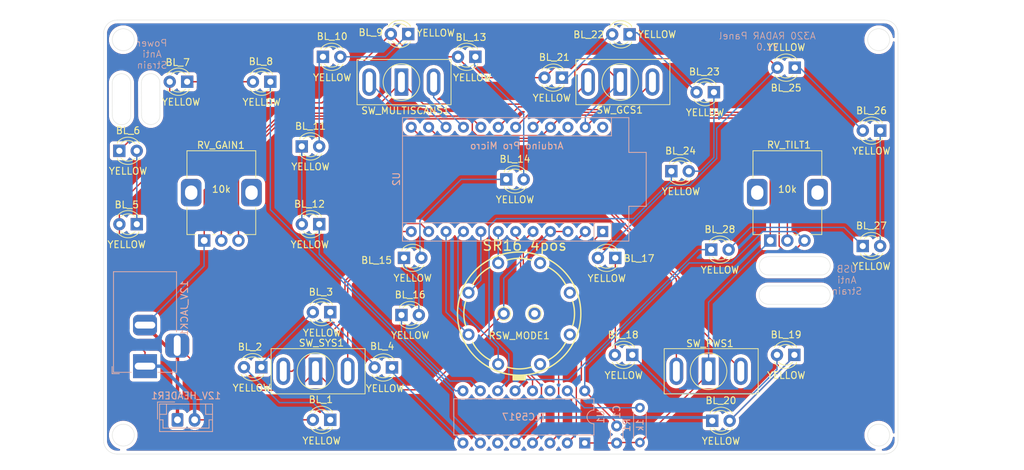
<source format=kicad_pcb>
(kicad_pcb (version 20240108) (generator "pcbnew") (generator_version "8.0")
  (title_block (title "A320 RADAR Panel") (date "2024-12-08") (rev "V1.0") (company "S.K"))
  (layers (0 "F.Cu" signal) (31 "B.Cu" signal) (34 "B.Paste" user) (35 "F.Paste" user) (36 "B.SilkS" user "B.Silkscreen") (37 "F.SilkS" user "F.Silkscreen") (38 "B.Mask" user) (39 "F.Mask" user) (44 "Edge.Cuts" user))
  (net 0 "")
  (net 1 "Net-(BL_1-K)")
  (net 2 "12V_IN")
  (net 3 "Net-(BL_2-K)")
  (net 4 "Net-(BL_11-K)")
  (net 5 "BACKLIGHT_1")
  (net 6 "BACKLIGHT_2")
  (net 7 "GND")
  (net 8 "Net-(BL_13-K)")
  (net 9 "Net-(BL_14-K)")
  (net 10 "Net-(BL_15-K)")
  (net 11 "BACKLIGHT_4")
  (net 12 "Net-(BL_17-K)")
  (net 13 "+5V")
  (net 14 "OSH_CLOCK")
  (net 15 "Net-(BL_18-K)")
  (net 16 "OSH_LATCH")
  (net 17 "OUT_BRT_BACK")
  (net 18 "Net-(U1-R-EXT)")
  (net 19 "Net-(BL_19-K)")
  (net 20 "BACKLIGHT_5")
  (net 22 "Net-(BL_21-K)")
  (net 23 "Net-(BL_3-K)")
  (net 24 "Net-(BL_5-K)")
  (net 25 "Net-(BL_6-K)")
  (net 26 "Net-(BL_7-K)")
  (net 27 "Net-(BL_10-A)")
  (net 28 "Net-(BL_10-K)")
  (net 29 "BACKLIGHT_3")
  (net 30 "Net-(BL_22-K)")
  (net 31 "Net-(BL_23-K)")
  (net 32 "BACKLIGHT_6")
  (net 33 "RSW_MAP")
  (net 34 "RSW_WX+T")
  (net 35 "RSW_TURB")
  (net 36 "RSW_WX")
  (net 37 "POT_GAIN")
  (net 38 "POT_TILT")
  (net 39 "SW_GCS_AUTO")
  (net 40 "SW_GCS_OFF")
  (net 41 "SW_MULTISCANS_AUTO")
  (net 42 "SW_MULTISCANS_MAN")
  (net 43 "SW_RWY_AUTO")
  (net 44 "SW_PWS_OFF")
  (net 45 "SW_SYS_2")
  (net 46 "SW_SYS_1")
  (net 47 "OSH_DIN")
  (net 59 "Net-(BL_25-K)")
  (net 60 "Net-(BL_26-K)")
  (net 61 "Net-(BL_27-K)")
  (net 62 "BACKLIGHT_7")
  (footprint "LED_THT:LED_D3.0mm" (layer "F.Cu") (at 68.55 31.09 180)
    (property "Reference" "BL_8" (at 1.38 2.96 0) (layer "F.SilkS"))
    (property "Value" "YELLOW" (at 1.27 -2.98 0) (layer "F.SilkS"))
    (pad "1" thru_hole rect (at 0 0 180) (size 1.8 1.8) (drill 0.9) (layers "*.Cu" "*.Mask") (net 6 "BACKLIGHT_2"))
    (pad "2" thru_hole circle (at 2.54 0 180) (size 1.8 1.8) (drill 0.9) (layers "*.Cu" "*.Mask") (net 26 "Net-(BL_7-K)"))
  )
  (footprint "SimPanel:T80-Z1" (layer "F.Cu") (at 79.84 73.38 -90)
    (property "Reference" "SW_SYS1" (at -4.13 3.83 0) (layer "F.SilkS"))
    (property "Value" "SW_SPDT[ON-OFF-ON]" (hide yes))
    (pad "1" thru_hole oval (at 0 0 180) (size 2 4) (drill oval 1 3) (layers "*.Cu" "*.Mask") (net 46 "SW_SYS_1") (thermal_bridge_width 1) (thermal_gap 1))
    (pad "2" thru_hole roundrect (at 0 4.7 180) (size 2 4) (drill oval 1 3) (layers "*.Cu" "*.Mask") (roundrect_rratio 0.06) (net 7 "GND") (thermal_bridge_width 1) (thermal_gap 1))
    (pad "3" thru_hole oval (at 0 9.4 180) (size 2 4) (drill oval 1 3) (layers "*.Cu" "*.Mask") (net 45 "SW_SYS_2") (thermal_bridge_width 1) (thermal_gap 1))
  )
  (footprint "LED_THT:LED_D3.0mm" (layer "F.Cu") (at 98.475 27.45 180)
    (property "Reference" "BL_13" (at 0.645 2.85 0) (layer "F.SilkS"))
    (property "Value" "YELLOW" (at 0.475 -3.04 0) (layer "F.SilkS"))
    (pad "1" thru_hole rect (at 0 0 180) (size 1.8 1.8) (drill 0.9) (layers "*.Cu" "*.Mask") (net 8 "Net-(BL_13-K)"))
    (pad "2" thru_hole circle (at 2.54 0 180) (size 1.8 1.8) (drill 0.9) (layers "*.Cu" "*.Mask") (net 2 "12V_IN"))
  )
  (footprint "LED_THT:LED_D3.0mm" (layer "F.Cu") (at 133.28 32.62 180)
    (property "Reference" "BL_23" (at 1.39 2.99 0) (layer "F.SilkS"))
    (property "Value" "YELLOW" (at 1.3 -2.97 0) (layer "F.SilkS"))
    (pad "1" thru_hole rect (at 0 0 180) (size 1.8 1.8) (drill 0.9) (layers "*.Cu" "*.Mask") (net 31 "Net-(BL_23-K)"))
    (pad "2" thru_hole circle (at 2.54 0 180) (size 1.8 1.8) (drill 0.9) (layers "*.Cu" "*.Mask") (net 30 "Net-(BL_22-K)"))
  )
  (footprint "LED_THT:LED_D3.0mm" (layer "F.Cu") (at 86.3 72.83 180)
    (property "Reference" "BL_4" (at 1.43 3.1 0) (layer "F.SilkS"))
    (property "Value" "YELLOW" (at 1.02 -3.07 0) (layer "F.SilkS"))
    (pad "1" thru_hole rect (at 0 0 180) (size 1.8 1.8) (drill 0.9) (layers "*.Cu" "*.Mask") (net 5 "BACKLIGHT_1"))
    (pad "2" thru_hole circle (at 2.54 0 180) (size 1.8 1.8) (drill 0.9) (layers "*.Cu" "*.Mask") (net 23 "Net-(BL_3-K)"))
  )
  (footprint "Potentiometer_THT:Potentiometer_Alps_RK09K_Single_Vertical" (layer "F.Cu") (at 58.9 54.29 90)
    (property "Reference" "RV_GAIN1" (at 13.93 2.43 0) (layer "F.SilkS"))
    (property "Value" "10k" (at 7.5 2.5 0) (layer "F.SilkS"))
    (pad "1" thru_hole rect (at 0 0 90) (size 1.8 1.8) (drill 1) (layers "*.Cu" "*.Mask") (net 7 "GND"))
    (pad "2" thru_hole circle (at 0 2.5 90) (size 1.8 1.8) (drill 1) (layers "*.Cu" "*.Mask") (net 37 "POT_GAIN"))
    (pad "3" thru_hole circle (at 0 5 90) (size 1.8 1.8) (drill 1) (layers "*.Cu" "*.Mask") (net 13 "+5V"))
    (pad "MP" thru_hole roundrect (at 7 -1.9 90) (size 4 3) (drill oval 2.1 1.8) (layers "*.Cu" "*.Mask"))
    (pad "MP" thru_hole roundrect (at 7 6.9 90) (size 4 3) (drill oval 2.1 1.8) (layers "*.Cu" "*.Mask"))
  )
  (footprint "LED_THT:LED_D3.0mm" (layer "F.Cu") (at 49.065 51.9 180)
    (property "Reference" "BL_5" (at 1.465 2.84 0) (layer "F.SilkS"))
    (property "Value" "YELLOW" (at 1.485 -2.97 0) (layer "F.SilkS"))
    (pad "1" thru_hole rect (at 0 0 180) (size 1.8 1.8) (drill 0.9) (layers "*.Cu" "*.Mask") (net 24 "Net-(BL_5-K)"))
    (pad "2" thru_hole circle (at 2.54 0 180) (size 1.8 1.8) (drill 0.9) (layers "*.Cu" "*.Mask") (net 2 "12V_IN"))
  )
  (footprint "SimPanel:T80-Z1" (layer "F.Cu") (at 124.31 31.13 -90)
    (property "Reference" "SW_GCS1" (at 4.085 4.78 0) (layer "F.SilkS"))
    (property "Value" "SW_SPDT[ON-OFF]" (hide yes))
    (pad "1" thru_hole oval (at 0 0 180) (size 2 4) (drill oval 1 3) (layers "*.Cu" "*.Mask") (net 40 "SW_GCS_OFF") (thermal_bridge_width 1) (thermal_gap 1))
    (pad "2" thru_hole roundrect (at 0 4.7 180) (size 2 4) (drill oval 1 3) (layers "*.Cu" "*.Mask") (roundrect_rratio 0.06) (net 7 "GND") (thermal_bridge_width 1) (thermal_gap 1))
    (pad "3" thru_hole oval (at 0 9.4 180) (size 2 4) (drill oval 1 3) (layers "*.Cu" "*.Mask") (net 39 "SW_GCS_AUTO") (thermal_bridge_width 1) (thermal_gap 1))
  )
  (footprint "LED_THT:LED_D3.0mm" (layer "F.Cu") (at 145.02 70.99 180)
    (property "Reference" "BL_19" (at 1.21 2.95 0) (layer "F.SilkS"))
    (property "Value" "YELLOW" (at 1.19 -2.99 0) (layer "F.SilkS"))
    (pad "1" thru_hole rect (at 0 0 180) (size 1.8 1.8) (drill 0.9) (layers "*.Cu" "*.Mask") (net 19 "Net-(BL_19-K)"))
    (pad "2" thru_hole circle (at 2.54 0 180) (size 1.8 1.8) (drill 0.9) (layers "*.Cu" "*.Mask") (net 15 "Net-(BL_18-K)"))
  )
  (footprint "LED_THT:LED_D3.0mm" (layer "F.Cu") (at 88.675 24.12 180)
    (property "Reference" "BL_9" (at 5.475 0.23 0) (layer "F.SilkS"))
    (property "Value" "YELLOW" (at -4.005 0.16 0) (layer "F.SilkS"))
    (pad "1" thru_hole rect (at 0 0 180) (size 1.8 1.8) (drill 0.9) (layers "*.Cu" "*.Mask") (net 27 "Net-(BL_10-A)"))
    (pad "2" thru_hole circle (at 2.54 0 180) (size 1.8 1.8) (drill 0.9) (layers "*.Cu" "*.Mask") (net 2 "12V_IN"))
  )
  (footprint "LED_THT:LED_D3.0mm" (layer "F.Cu") (at 154.995 55.09)
    (property "Reference" "BL_27" (at 1.27 -2.96 0) (layer "F.SilkS"))
    (property "Value" "YELLOW" (at 1.27 2.96 0) (layer "F.SilkS"))
    (pad "1" thru_hole rect (at 0 0) (size 1.8 1.8) (drill 0.9) (layers "*.Cu" "*.Mask") (net 61 "Net-(BL_27-K)"))
    (pad "2" thru_hole circle (at 2.54 0) (size 1.8 1.8) (drill 0.9) (layers "*.Cu" "*.Mask") (net 60 "Net-(BL_26-K)"))
  )
  (footprint "LED_THT:LED_D3.0mm" (layer "F.Cu") (at 132.885 55.62)
    (property "Reference" "BL_28" (at 1.27 -2.96 0) (layer "F.SilkS"))
    (property "Value" "YELLOW" (at 1.27 2.96 0) (layer "F.SilkS"))
    (pad "1" thru_hole rect (at 0 0) (size 1.8 1.8) (drill 0.9) (layers "*.Cu" "*.Mask") (net 62 "BACKLIGHT_7"))
    (pad "2" thru_hole circle (at 2.54 0) (size 1.8 1.8) (drill 0.9) (layers "*.Cu" "*.Mask") (net 61 "Net-(BL_27-K)"))
  )
  (footprint "LED_THT:LED_D3.0mm" (layer "F.Cu") (at 67.24 72.79 180)
    (property "Reference" "BL_2" (at 1.66 2.96 0) (layer "F.SilkS"))
    (property "Value" "YELLOW" (at 1.4 -3.03 0) (layer "F.SilkS"))
    (pad "1" thru_hole rect (at 0 0 180) (size 1.8 1.8) (drill 0.9) (layers "*.Cu" "*.Mask") (net 3 "Net-(BL_2-K)"))
    (pad "2" thru_hole circle (at 2.54 0 180) (size 1.8 1.8) (drill 0.9) (layers "*.Cu" "*.Mask") (net 1 "Net-(BL_1-K)"))
  )
  (footprint "SimPanel:T80-Z1" (layer "F.Cu") (at 137.2 73.38 -90)
    (property "Reference" "SW_PWS1" (at -4.05 4.5 0) (layer "F.SilkS"))
    (property "Value" "SW_SPDT[ON-OFF]" (hide yes))
    (pad "1" thru_hole oval (at 0 0 180) (size 2 4) (drill oval 1 3) (layers "*.Cu" "*.Mask") (net 44 "SW_PWS_OFF") (thermal_bridge_width 1) (thermal_gap 1))
    (pad "2" thru_hole roundrect (at 0 4.7 180) (size 2 4) (drill oval 1 3) (layers "*.Cu" "*.Mask") (roundrect_rratio 0.06) (net 7 "GND") (thermal_bridge_width 1) (thermal_gap 1))
    (pad "3" thru_hole oval (at 0 9.4 180) (size 2 4) (drill oval 1 3) (layers "*.Cu" "*.Mask") (net 43 "SW_RWY_AUTO") (thermal_bridge_width 1) (thermal_gap 1))
  )
  (footprint "LED_THT:LED_D3.0mm" (layer "F.Cu") (at 133.035 80.62)
    (property "Reference" "BL_20" (at 1.27 -2.96 0) (layer "F.SilkS"))
    (property "Value" "YELLOW" (at 1.27 2.96 0) (layer "F.SilkS"))
    (pad "1" thru_hole rect (at 0 0) (size 1.8 1.8) (drill 0.9) (layers "*.Cu" "*.Mask") (net 20 "BACKLIGHT_5"))
    (pad "2" thru_hole circle (at 2.54 0) (size 1.8 1.8) (drill 0.9) (layers "*.Cu" "*.Mask") (net 19 "Net-(BL_19-K)"))
  )
  (footprint "LED_THT:LED_D3.0mm" (layer "F.Cu") (at 76.225 27.45)
    (property "Reference" "BL_10" (at 1.345 -2.98 0) (layer "F.SilkS"))
    (property "Value" "YELLOW" (at 1.345 3.03 0) (layer "F.SilkS"))
    (pad "1" thru_hole rect (at 0 0) (size 1.8 1.8) (drill 0.9) (layers "*.Cu" "*.Mask") (net 28 "Net-(BL_10-K)"))
    (pad "2" thru_hole circle (at 2.54 0) (size 1.8 1.8) (drill 0.9) (layers "*.Cu" "*.Mask") (net 27 "Net-(BL_10-A)"))
  )
  (footprint "LED_THT:LED_D3.0mm" (layer "F.Cu") (at 46.515 41.18)
    (property "Reference" "BL_6" (at 1.27 -2.96 0) (layer "F.SilkS"))
    (property "Value" "YELLOW" (at 1.27 2.96 0) (layer "F.SilkS"))
    (pad "1" thru_hole rect (at 0 0) (size 1.8 1.8) (drill 0.9) (layers "*.Cu" "*.Mask") (net 25 "Net-(BL_6-K)"))
    (pad "2" thru_hole circle (at 2.54 0) (size 1.8 1.8) (drill 0.9) (layers "*.Cu" "*.Mask") (net 24 "Net-(BL_5-K)"))
  )
  (footprint "LED_THT:LED_D3.0mm" (layer "F.Cu") (at 77.295 64.75 180)
    (property "Reference" "BL_3" (at 1.365 2.94 0) (layer "F.SilkS"))
    (property "Value" "YELLOW" (at 1.205 -3.02 0) (layer "F.SilkS"))
    (pad "1" thru_hole rect (at 0 0 180) (size 1.8 1.8) (drill 0.9) (layers "*.Cu" "*.Mask") (net 23 "Net-(BL_3-K)"))
    (pad "2" thru_hole circle (at 2.54 0 180) (size 1.8 1.8) (drill 0.9) (layers "*.Cu" "*.Mask") (net 3 "Net-(BL_2-K)"))
  )
  (footprint "SimPanel:T80-Z1" (layer "F.Cu") (at 92.38 31.14 -90)
    (property "Reference" "SW_MULTISCANS1" (at 4.17 4.12 0) (layer "F.SilkS"))
    (property "Value" "SW_SPDT[ON-OFF]" (hide yes))
    (pad "1" thru_hole oval (at 0 0 180) (size 2 4) (drill oval 1 3) (layers "*.Cu" "*.Mask") (net 42 "SW_MULTISCANS_MAN") (thermal_bridge_width 1) (thermal_gap 1))
    (pad "2" thru_hole roundrect (at 0 4.7 180) (size 2 4) (drill oval 1 3) (layers "*.Cu" "*.Mask") (roundrect_rratio 0.06) (net 7 "GND") (thermal_bridge_width 1) (thermal_gap 1))
    (pad "3" thru_hole oval (at 0 9.4 180) (size 2 4) (drill oval 1 3) (layers "*.Cu" "*.Mask") (net 41 "SW_MULTISCANS_AUTO") (thermal_bridge_width 1) (thermal_gap 1))
  )
  (footprint "My:SR16-AB" (layer "F.Cu") (at 104.86 64.96)
    (property "Reference" "RSW_MODE1" (at 0 3.2258 0) (layer "F.SilkS"))
    (property "Value" "SR16 4pos" (at 0.79 -9.95 0) (layer "F.SilkS") (effects (font (size 1.5 1.5) (thickness 0.2))))
    (pad "1" thru_hole circle (at -3.06 7.39) (size 1.75 1.75) (drill 1) (layers "*.Cu" "*.Mask") (net 36 "RSW_WX"))
    (pad "2" thru_hole circle (at -7.39 3.06 90) (size 1.75 1.75) (drill 1) (layers "*.Cu" "*.Mask") (net 34 "RSW_WX+T"))
    (pad "3" thru_hole circle (at -7.39 -3.06 90) (size 1.75 1.75) (drill 1) (layers "*.Cu" "*.Mask") (net 35 "RSW_TURB"))
    (pad "4" thru_hole circle (at -3.06 -7.39) (size 1.75 1.75) (drill 1) (layers "*.Cu" "*.Mask") (net 33 "RSW_MAP"))
    (pad "5" thru_hole circle (at 3.06 -7.39) (size 1.75 1.75) (drill 1) (layers "*.Cu" "*.Mask"))
    (pad "6" thru_hole circle (at 7.39 -3.06 90) (size 1.75 1.75) (drill 1) (layers "*.Cu" "*.Mask"))
    (pad "7" thru_hole circle (at 7.39 3.06 90) (size 1.75 1.75) (drill 1) (layers "*.Cu" "*.Mask"))
    (pad "8" thru_hole circle (at 3.06 7.39) (size 1.75 1.75) (drill 1) (layers "*.Cu" "*.Mask"))
    (pad "A" thru_hole circle (at -2.25 0 270) (size 1.75 1.75) (drill 1) (layers "*.Cu" "*.Mask") (net 7 "GND"))
    (pad "B" thru_hole circle (at 2.25 0 270) (size 1.75 1.75) (drill 1) (layers "*.Cu" "*.Mask"))
  )
  (footprint "LED_THT:LED_D3.0mm" (layer "F.Cu") (at 157.545 38.23 180)
    (property "Reference" "BL_26" (at 1.27 2.92 0) (layer "F.SilkS"))
    (property "Value" "YELLOW" (at 1.295 -2.97 0) (layer "F.SilkS"))
    (pad "1" thru_hole rect (at 0 0 180) (size 1.8 1.8) (drill 0.9) (layers "*.Cu" "*.Mask") (net 60 "Net-(BL_26-K)"))
    (pad "2" thru_hole circle (at 2.54 0 180) (size 1.8 1.8) (drill 0.9) (layers "*.Cu" "*.Mask") (net 59 "Net-(BL_25-K)"))
  )
  (footprint "LED_THT:LED_D3.0mm" (layer "F.Cu") (at 77.295 80.48 180)
    (property "Reference" "BL_1" (at 1.375 2.96 0) (layer "F.SilkS"))
    (property "Value" "YELLOW" (at 1.265 -3.06 0) (layer "F.SilkS"))
    (pad "1" thru_hole rect (at 0 0 180) (size 1.8 1.8) (drill 0.9) (layers "*.Cu" "*.Mask") (net 1 "Net-(BL_1-K)"))
    (pad "2" thru_hole circle (at 2.54 0 180) (size 1.8 1.8) (drill 0.9) (layers "*.Cu" "*.Mask") (net 2 "12V_IN"))
  )
  (footprint "LED_THT:LED_D3.0mm" (layer "F.Cu") (at 127.07 44.16)
    (property "Reference" "BL_24" (at 1.34 -2.97 0) (layer "F.SilkS"))
    (property "Value" "YELLOW" (at 1.4 2.96 0) (layer "F.SilkS"))
    (pad "1" thru_hole rect (at 0 0) (size 1.8 1.8) (drill 0.9) (layers "*.Cu" "*.Mask") (net 32 "BACKLIGHT_6"))
    (pad "2" thru_hole circle (at 2.54 0) (size 1.8 1.8) (drill 0.9) (layers "*.Cu" "*.Mask") (net 31 "Net-(BL_23-K)"))
  )
  (footprint "LED_THT:LED_D3.0mm" (layer "F.Cu") (at 120.975 24.17 180)
    (property "Reference" "BL_22" (at 5.965 -0.04 0) (layer "F.SilkS"))
    (property "Value" "YELLOW" (at -3.995 -0.01 0) (layer "F.SilkS"))
    (pad "1" thru_hole rect (at 0 0 180) (size 1.8 1.8) (drill 0.9) (layers "*.Cu" "*.Mask") (net 30 "Net-(BL_22-K)"))
    (pad "2" thru_hole circle (at 2.54 0 180) (size 1.8 1.8) (drill 0.9) (layers "*.Cu" "*.Mask") (net 22 "Net-(BL_21-K)"))
  )
  (footprint "LED_THT:LED_D3.0mm" (layer "F.Cu") (at 118.895 56.82 180)
    (property "Reference" "BL_17" (at -3.455 -0.07 0) (layer "F.SilkS"))
    (property "Value" "YELLOW" (at 1.255 -2.99 0) (layer "F.SilkS"))
    (pad "1" thru_hole rect (at 0 0 180) (size 1.8 1.8) (drill 0.9) (layers "*.Cu" "*.Mask") (net 12 "Net-(BL_17-K)"))
    (pad "2" thru_hole circle (at 2.54 0 180) (size 1.8 1.8) (drill 0.9) (layers "*.Cu" "*.Mask") (net 2 "12V_IN"))
  )
  (footprint "LED_THT:LED_D3.0mm" (layer "F.Cu") (at 56.41 31.09 180)
    (property "Reference" "BL_7" (at 1.38 2.83 0) (layer "F.SilkS"))
    (property "Value" "YELLOW" (at 0.89 -2.96 0) (layer "F.SilkS"))
    (pad "1" thru_hole rect (at 0 0 180) (size 1.8 1.8) (drill 0.9) (layers "*.Cu" "*.Mask") (net 26 "Net-(BL_7-K)"))
    (pad "2" thru_hole circle (at 2.54 0 180) (size 1.8 1.8) (drill 0.9) (layers "*.Cu" "*.Mask") (net 25 "Net-(BL_6-K)"))
  )
  (footprint "Potentiometer_THT:Potentiometer_Alps_RK09K_Single_Vertical" (layer "F.Cu") (at 141.5 54.29 90)
    (property "Reference" "RV_TILT1" (at 13.97 2.73 0) (layer "F.SilkS"))
    (property "Value" "10k" (at 7.5 2.5 0) (layer "F.SilkS"))
    (pad "1" thru_hole rect (at 0 0 90) (size 1.8 1.8) (drill 1) (layers "*.Cu" "*.Mask") (net 7 "GND"))
    (pad "2" thru_hole circle (at 0 2.5 90) (size 1.8 1.8) (drill 1) (layers "*.Cu" "*.Mask") (net 38 "POT_TILT"))
    (pad "3" thru_hole circle (at 0 5 90) (size 1.8 1.8) (drill 1) (layers "*.Cu" "*.Mask") (net 13 "+5V"))
    (pad "MP" thru_hole roundrect (at 7 -1.9 90) (size 4 3) (drill oval 2.1 1.8) (layers "*.Cu" "*.Mask"))
    (pad "MP" thru_hole roundrect (at 7 6.9 90) (size 4 3) (drill oval 2.1 1.8) (layers "*.Cu" "*.Mask"))
  )
  (footprint "LED_THT:LED_D3.0mm" (layer "F.Cu") (at 145.085 29.03 180)
    (property "Reference" "BL_25" (at 1.27 -2.96 0) (layer "F.SilkS"))
    (property "Value" "YELLOW" (at 1.27 2.96 0) (layer "F.SilkS"))
    (pad "1" thru_hole rect (at 0 0 180) (size 1.8 1.8) (drill 0.9) (layers "*.Cu" "*.Mask") (net 59 "Net-(BL_25-K)"))
    (pad "2" thru_hole circle (at 2.54 0 180) (size 1.8 1.8) (drill 0.9) (layers "*.Cu" "*.Mask") (net 2 "12V_IN"))
  )
  (footprint "LED_THT:LED_D3.0mm" (layer "F.Cu") (at 102.98 45.35)
    (property "Reference" "BL_14" (at 1.27 -2.96 0) (layer "F.SilkS"))
    (property "Value" "YELLOW" (at 1.27 2.96 0) (layer "F.SilkS"))
    (pad "1" thru_hole rect (at 0 0) (size 1.8 1.8) (drill 0.9) (layers "*.Cu" "*.Mask") (net 9 "Net-(BL_14-K)"))
    (pad "2" thru_hole circle (at 2.54 0) (size 1.8 1.8) (drill 0.9) (layers "*.Cu" "*.Mask") (net 8 "Net-(BL_13-K)"))
  )
  (footprint "LED_THT:LED_D3.0mm" (layer "F.Cu") (at 88.05 56.81)
    (property "Reference" "BL_15" (at -4 0.36 0) (layer "F.SilkS"))
    (property "Value" "YELLOW" (at 1.27 2.96 0) (layer "F.SilkS"))
    (pad "1" thru_hole rect (at 0 0) (size 1.8 1.8) (drill 0.9) (layers "*.Cu" "*.Mask") (net 10 "Net-(BL_15-K)"))
    (pad "2" thru_hole circle (at 2.54 0) (size 1.8 1.8) (drill 0.9) (layers "*.Cu" "*.Mask") (net 9 "Net-(BL_14-K)"))
  )
  (footprint "LED_THT:LED_D3.0mm" (layer "F.Cu") (at 87.685 65.17)
    (property "Reference" "BL_16" (at 1.27 -2.96 0) (layer "F.SilkS"))
    (property "Value" "YELLOW" (at 1.27 2.96 0) (layer "F.SilkS"))
    (pad "1" thru_hole rect (at 0 0) (size 1.8 1.8) (drill 0.9) (layers "*.Cu" "*.Mask") (net 11 "BACKLIGHT_4"))
    (pad "2" thru_hole circle (at 2.54 0) (size 1.8 1.8) (drill 0.9) (layers "*.Cu" "*.Mask") (net 10 "Net-(BL_15-K)"))
  )
  (footprint "LED_THT:LED_D3.0mm" (layer "F.Cu") (at 73.135 40.54)
    (property "Reference" "BL_11" (at 1.27 -2.96 0) (layer "F.SilkS"))
    (property "Value" "YELLOW" (at 1.27 2.96 0) (layer "F.SilkS"))
    (pad "1" thru_hole rect (at 0 0) (size 1.8 1.8) (drill 0.9) (layers "*.Cu" "*.Mask") (net 4 "Net-(BL_11-K)"))
    (pad "2" thru_hole circle (at 2.54 0) (size 1.8 1.8) (drill 0.9) (layers "*.Cu" "*.Mask") (net 28 "Net-(BL_10-K)"))
  )
  (footprint "LED_THT:LED_D3.0mm" (layer "F.Cu") (at 75.685 51.9 180)
    (property "Reference" "BL_12" (at 1.425 2.94 0) (layer "F.SilkS"))
    (property "Value" "YELLOW" (at 1.375 -2.98 0) (layer "F.SilkS"))
    (pad "1" thru_hole rect (at 0 0 180) (size 1.8 1.8) (drill 0.9) (layers "*.Cu" "*.Mask") (net 29 "BACKLIGHT_3"))
    (pad "2" thru_hole circle (at 2.54 0 180) (size 1.8 1.8) (drill 0.9) (layers "*.Cu" "*.Mask") (net 4 "Net-(BL_11-K)"))
  )
  (footprint "LED_THT:LED_D3.0mm" (layer "F.Cu") (at 121.37 70.99 180)
    (property "Reference" "BL_18" (at 1.33 2.93 0) (layer "F.SilkS"))
    (property "Value" "YELLOW" (at 1.26 -2.99 0) (layer "F.SilkS"))
    (pad "1" thru_hole rect (at 0 0 180) (size 1.8 1.8) (drill 0.9) (layers "*.Cu" "*.Mask") (net 15 "Net-(BL_18-K)"))
    (pad "2" thru_hole circle (at 2.54 0 180) (size 1.8 1.8) (drill 0.9) (layers "*.Cu" "*.Mask") (net 12 "Net-(BL_17-K)"))
  )
  (footprint "LED_THT:LED_D3.0mm" (layer "F.Cu") (at 111.1 30.49 180)
    (property "Reference" "BL_21" (at 1.11 2.97 0) (layer "F.SilkS"))
    (property "Value" "YELLOW" (at 1.48 -2.97 0) (layer "F.SilkS"))
    (pad "1" thru_hole rect (at 0 0 180) (size 1.8 1.8) (drill 0.9) (layers "*.Cu" "*.Mask") (net 22 "Net-(BL_21-K)"))
    (pad "2" thru_hole circle (at 2.54 0 180) (size 1.8 1.8) (drill 0.9) (layers "*.Cu" "*.Mask") (net 2 "12V_IN"))
  )
  (footprint "Capacitor_THT:C_Disc_D3.0mm_W1.6mm_P2.50mm" (layer "B.Cu") (at 119.09 81.37 -90)
    (property "Reference" "C1" (at -2.06 0 90) (layer "B.SilkS") (effects (justify mirror)))
    (property "Value" "0.1uF Ceramic" (hide yes))
    (pad "1" thru_hole circle (at 0 0 270) (size 1.6 1.6) (drill 0.8) (layers "*.Cu" "*.Mask") (net 13 "+5V"))
    (pad "2" thru_hole circle (at 2.5 0 270) (size 1.6 1.6) (drill 0.8) (layers "*.Cu" "*.Mask") (net 7 "GND"))
  )
  (footprint "Connector_BarrelJack:BarrelJack_Horizontal" (layer "B.Cu") (at 50.2625 72.64 -90)
    (property "Reference" "12V_JACK1" (at -8.45 -5.75 90) (layer "B.SilkS") (effects (justify mirror)))
    (property "Value" "Power Jack" (hide yes))
    (pad "1" thru_hole rect (at 0 0 270) (size 3.5 3.5) (drill oval 1 3) (layers "*.Cu" "*.Mask") (net 2 "12V_IN"))
    (pad "2" thru_hole roundrect (at -6 0 270) (size 3 3.5) (drill oval 1 3) (layers "*.Cu" "*.Mask") (net 7 "GND"))
    (pad "3" thru_hole roundrect (at -3 -4.7 270) (size 3.5 3.5) (drill oval 3 1) (layers "*.Cu" "*.Mask") (net 7 "GND"))
  )
  (footprint "Package_DIP:DIP-16_W7.62mm" (layer "B.Cu") (at 114.43 83.86 90)
    (property "Reference" "U1" (at 3.81 2.33 90) (layer "B.SilkS") (effects (justify mirror)))
    (property "Value" "TLC5917" (at 3.8 -8.875 0) (layer "B.SilkS") (effects (justify mirror)))
    (pad "1" thru_hole rect (at 0 0 90) (size 1.6 1.6) (drill 0.8) (layers "*.Cu" "*.Mask") (net 7 "GND"))
    (pad "2" thru_hole oval (at 0 -2.54 90) (size 1.6 1.6) (drill 0.8) (layers "*.Cu" "*.Mask") (net 47 "OSH_DIN"))
    (pad "3" thru_hole oval (at 0 -5.08 90) (size 1.6 1.6) (drill 0.8) (layers "*.Cu" "*.Mask") (net 14 "OSH_CLOCK"))
    (pad "4" thru_hole oval (at 0 -7.62 90) (size 1.6 1.6) (drill 0.8) (layers "*.Cu" "*.Mask") (net 16 "OSH_LATCH"))
    (pad "5" thru_hole oval (at 0 -10.16 90) (size 1.6 1.6) (drill 0.8) (layers "*.Cu" "*.Mask") (net 20 "BACKLIGHT_5"))
    (pad "6" thru_hole oval (at 0 -12.7 90) (size 1.6 1.6) (drill 0.8) (layers "*.Cu" "*.Mask"))
    (pad "7" thru_hole oval (at 0 -15.24 90) (size 1.6 1.6) (drill 0.8) (layers "*.Cu" "*.Mask") (net 6 "BACKLIGHT_2"))
    (pad "8" thru_hole oval (at 0 -17.78 90) (size 1.6 1.6) (drill 0.8) (layers "*.Cu" "*.Mask") (net 5 "BACKLIGHT_1"))
    (pad "9" thru_hole oval (at 7.62 -17.78 90) (size 1.6 1.6) (drill 0.8) (layers "*.Cu" "*.Mask") (net 29 "BACKLIGHT_3"))
    (pad "10" thru_hole oval (at 7.62 -15.24 90) (size 1.6 1.6) (drill 0.8) (layers "*.Cu" "*.Mask") (net 11 "BACKLIGHT_4"))
    (pad "11" thru_hole oval (at 7.62 -12.7 90) (size 1.6 1.6) (drill 0.8) (layers "*.Cu" "*.Mask") (net 32 "BACKLIGHT_6"))
    (pad "12" thru_hole oval (at 7.62 -10.16 90) (size 1.6 1.6) (drill 0.8) (layers "*.Cu" "*.Mask") (net 62 "BACKLIGHT_7"))
    (pad "13" thru_hole oval (at 7.62 -7.62 90) (size 1.6 1.6) (drill 0.8) (layers "*.Cu" "*.Mask") (net 17 "OUT_BRT_BACK"))
    (pad "14" thru_hole oval (at 7.62 -5.08 90) (size 1.6 1.6) (drill 0.8) (layers "*.Cu" "*.Mask"))
    (pad "15" thru_hole oval (at 7.62 -2.54 90) (size 1.6 1.6) (drill 0.8) (layers "*.Cu" "*.Mask") (net 18 "Net-(U1-R-EXT)"))
    (pad "16" thru_hole oval (at 7.62 0 90) (size 1.6 1.6) (drill 0.8) (layers "*.Cu" "*.Mask") (net 13 "+5V"))
  )
  (footprint "Resistor_THT:R_Axial_DIN0204_L3.6mm_D1.6mm_P5.08mm_Horizontal" (layer "B.Cu") (at 122.48 78.71 -90)
    (property "Reference" "R1" (at 2.54 1.92 90) (layer "B.SilkS") (effects (justify mirror)))
    (property "Value" "1k" (at 2.54 0 90) (layer "B.SilkS") (effects (justify mirror)))
    (pad "1" thru_hole circle (at 0 0 270) (size 1.4 1.4) (drill 0.7) (layers "*.Cu" "*.Mask") (net 18 "Net-(U1-R-EXT)"))
    (pad "2" thru_hole oval (at 5.08 0 270) (size 1.4 1.4) (drill 0.7) (layers "*.Cu" "*.Mask") (net 7 "GND"))
  )
  (footprint "Arduino:Sparkfun_Pro_Micro" (layer "B.Cu") (at 89.11 37.73 -90)
    (property "Reference" "U2" (at 7.574286 2.167 90) (layer "B.SilkS") (effects (justify mirror)))
    (property "Value" "Arduino Pro Micro" (at 2.72 -15.4 0) (layer "B.SilkS") (effects (justify mirror)))
    (pad "1" thru_hole rect (at 15.24 -27.94 270) (size 1.6 1.6) (drill 0.8) (layers "*.Cu" "*.Mask") (net 47 "OSH_DIN"))
    (pad "2" thru_hole oval (at 15.24 -25.4 270) (size 1.6 1.6) (drill 0.8) (layers "*.Cu" "*.Mask") (net 14 "OSH_CLOCK"))
    (pad "3" thru_hole oval (at 15.24 -22.86 270) (size 1.6 1.6) (drill 0.8) (layers "*.Cu" "*.Mask") (net 7 "GND"))
    (pad "4" thru_hole oval (at 15.24 -20.32 270) (size 1.6 1.6) (drill 0.8) (layers "*.Cu" "*.Mask") (net 7 "GND"))
    (pad "5" thru_hole oval (at 15.24 -17.78 270) (size 1.6 1.6) (drill 0.8) (layers "*.Cu" "*.Mask") (net 16 "OSH_LATCH"))
    (pad "6" thru_hole oval (at 15.24 -15.24 270) (size 1.6 1.6) (drill 0.8) (layers "*.Cu" "*.Mask") (net 17 "OUT_BRT_BACK"))
    (pad "7" thru_hole oval (at 15.24 -12.7 270) (size 1.6 1.6) (drill 0.8) (layers "*.Cu" "*.Mask") (net 33 "RSW_MAP"))
    (pad "8" thru_hole oval (at 15.24 -10.16 270) (size 1.6 1.6) (drill 0.8) (layers "*.Cu" "*.Mask") (net 35 "RSW_TURB"))
    (pad "9" thru_hole oval (at 15.24 -7.62 270) (size 1.6 1.6) (drill 0.8) (layers "*.Cu" "*.Mask") (net 36 "RSW_WX"))
    (pad "10" thru_hole oval (at 15.24 -5.08 270) (size 1.6 1.6) (drill 0.8) (layers "*.Cu" "*.Mask") (net 34 "RSW_WX+T"))
    (pad "11" thru_hole oval (at 15.24 -2.54 270) (size 1.6 1.6) (drill 0.8) (layers "*.Cu" "*.Mask") (net 45 "SW_SYS_2"))
    (pad "12" thru_hole oval (at 15.24 0 270) (size 1.6 1.6) (drill 0.8) (layers "*.Cu" "*.Mask") (net 46 "SW_SYS_1"))
    (pad "13" thru_hole oval (at 0 0 270) (size 1.6 1.6) (drill 0.8) (layers "*.Cu" "*.Mask") (net 43 "SW_RWY_AUTO"))
    (pad "14" thru_hole oval (at 0 -2.54 270) (size 1.6 1.6) (drill 0.8) (layers "*.Cu" "*.Mask") (net 44 "SW_PWS_OFF"))
    (pad "15" thru_hole oval (at 0 -5.08 270) (size 1.6 1.6) (drill 0.8) (layers "*.Cu" "*.Mask") (net 41 "SW_MULTISCANS_AUTO"))
    (pad "16" thru_hole oval (at 0 -7.62 270) (size 1.6 1.6) (drill 0.8) (layers "*.Cu" "*.Mask") (net 42 "SW_MULTISCANS_MAN"))
    (pad "17" thru_hole oval (at 0 -10.16 270) (size 1.6 1.6) (drill 0.8) (layers "*.Cu" "*.Mask") (net 37 "POT_GAIN"))
    (pad "18" thru_hole oval (at 0 -12.7 270) (size 1.6 1.6) (drill 0.8) (layers "*.Cu" "*.Mask") (net 39 "SW_GCS_AUTO"))
    (pad "19" thru_hole oval (at 0 -15.24 270) (size 1.6 1.6) (drill 0.8) (layers "*.Cu" "*.Mask") (net 40 "SW_GCS_OFF"))
    (pad "20" thru_hole oval (at 0 -17.78 270) (size 1.6 1.6) (drill 0.8) (layers "*.Cu" "*.Mask") (net 38 "POT_TILT"))
    (pad "21" thru_hole oval (at 0 -20.32 270) (size 1.6 1.6) (drill 0.8) (layers "*.Cu" "*.Mask") (net 13 "+5V"))
    (pad "22" thru_hole oval (at 0 -22.86 270) (size 1.6 1.6) (drill 0.8) (layers "*.Cu" "*.Mask"))
    (pad "23" thru_hole oval (at 0 -25.4 270) (size 1.6 1.6) (drill 0.8) (layers "*.Cu" "*.Mask") (net 7 "GND"))
    (pad "24" thru_hole oval (at 0 -27.94 270) (size 1.6 1.6) (drill 0.8) (layers "*.Cu" "*.Mask"))
  )
  (footprint "Connector_JST:JST_EH_B2B-EH-A_1x02_P2.50mm_Vertical" (layer "B.Cu") (at 55 80.48)
    (property "Reference" "12V_HEADER1" (at 1.24 -3.52 0) (layer "B.SilkS") (effects (justify mirror)))
    (property "Value" "Pin Header 1x02" (hide yes))
    (pad "1" thru_hole roundrect (at 0 0) (size 1.7 2) (drill 1) (layers "*.Cu" "*.Mask") (roundrect_rratio 0.147059) (net 7 "GND"))
    (pad "2" thru_hole oval (at 2.5 0) (size 1.7 2) (drill 1) (layers "*.Cu" "*.Mask") (net 2 "12V_IN"))
  )
  (gr_arc (start 49.74 31.25) (mid 51.08499 29.90497) (end 52.42998 31.25) (stroke (width 0.05)) (layer "Edge.Cuts"))
  (gr_arc (start 148.89946 60.9072) (mid 150.24449 62.25219) (end 148.89946 63.59718) (stroke (width 0.05)) (layer "Edge.Cuts"))
  (gr_arc (start 160.14 83.48) (mid 159.554214 84.894214) (end 158.14 85.48) (stroke (width 0.05)) (layer "Edge.Cuts"))
  (gr_arc (start 141.23658 59.32998) (mid 139.89161 57.98499) (end 141.23658 56.64) (stroke (width 0.05)) (layer "Edge.Cuts"))
  (gr_line (start 158.14 85.48) (end 46.215 85.48) (stroke (width 0.05)) (layer "Edge.Cuts"))
  (gr_arc (start 45.48327 31.27534) (mid 46.82826 29.93031) (end 48.17325 31.27534) (stroke (width 0.05)) (layer "Edge.Cuts"))
  (gr_arc (start 158.14 22.07) (mid 159.554214 22.655786) (end 160.14 24.07) (stroke (width 0.05)) (layer "Edge.Cuts"))
  (gr_line (start 49.74 31.25) (end 49.75342 35.99932) (stroke (width 0.05)) (layer "Edge.Cuts"))
  (gr_arc (start 44.215 24.07) (mid 44.800786 22.655786) (end 46.215 22.07) (stroke (width 0.05)) (layer "Edge.Cuts"))
  (gr_circle (center 47.09 24.95) (end 48.69 24.95) (stroke (width 0.05)) (fill none) (layer "Edge.Cuts"))
  (gr_line (start 148.90738 59.32998) (end 141.23658 59.32998) (stroke (width 0.05)) (layer "Edge.Cuts"))
  (gr_circle (center 157.32 82.71) (end 158.92 82.71) (stroke (width 0.05)) (fill none) (layer "Edge.Cuts"))
  (gr_arc (start 46.215 85.48) (mid 44.800786 84.894214) (end 44.215 83.48) (stroke (width 0.05)) (layer "Edge.Cuts"))
  (gr_arc (start 48.18667 36.02466) (mid 46.84168 37.36968) (end 45.49669 36.02466) (stroke (width 0.05)) (layer "Edge.Cuts"))
  (gr_line (start 148.90342 63.59839) (end 141.23262 63.59839) (stroke (width 0.05)) (layer "Edge.Cuts"))
  (gr_arc (start 148.90342 56.63879) (mid 150.2484 57.98378) (end 148.90342 59.32877) (stroke (width 0.05)) (layer "Edge.Cuts"))
  (gr_line (start 48.17325 31.27534) (end 48.18667 36.02466) (stroke (width 0.05)) (layer "Edge.Cuts"))
  (gr_line (start 148.90342 56.64) (end 141.23658 56.64) (stroke (width 0.05)) (layer "Edge.Cuts"))
  (gr_circle (center 157.32 24.95) (end 158.92 24.95) (stroke (width 0.05)) (fill none) (layer "Edge.Cuts"))
  (gr_circle (center 47.09 82.71) (end 48.69 82.71) (stroke (width 0.05)) (fill none) (layer "Edge.Cuts"))
  (gr_line (start 46.215 22.07) (end 158.14 22.07) (stroke (width 0.05)) (layer "Edge.Cuts"))
  (gr_line (start 44.215 83.48) (end 44.215 24.07) (stroke (width 0.05)) (layer "Edge.Cuts"))
  (gr_line (start 148.89946 60.90841) (end 141.23262 60.90841) (stroke (width 0.05)) (layer "Edge.Cuts"))
  (gr_arc (start 52.4434 35.99932) (mid 51.09841 37.34434) (end 49.75342 35.99932) (stroke (width 0.05)) (layer "Edge.Cuts"))
  (gr_line (start 160.14 24.07) (end 160.14 83.48) (stroke (width 0.05)) (layer "Edge.Cuts"))
  (gr_line (start 52.42998 31.25) (end 52.4434 35.99932) (stroke (width 0.05)) (layer "Edge.Cuts"))
  (gr_line (start 45.48327 31.27534) (end 45.49669 36.02466) (stroke (width 0.05)) (layer "Edge.Cuts"))
  (gr_arc (start 141.23262 63.59839) (mid 139.8876 62.2534) (end 141.23262 60.90841) (stroke (width 0.05)) (layer "Edge.Cuts"))
  (gr_text "USB\nAnti\nStrain" (at 152.68 62.26 0) (layer "B.SilkS") (effects (font (size 1 1) (thickness 0.1)) (justify bottom mirror)))
  (gr_text "Power\nAnti\nStrain" (at 51.29 29.25 0) (layer "B.SilkS") (effects (font (size 1 1) (thickness 0.1)) (justify bottom mirror)))
  (gr_text "${TITLE}\n${REVISION}" (at 141.07 26.59 0) (layer "B.SilkS") (effects (font (size 1 1) (thickness 0.1)) (justify bottom mirror)))
  (segment (start 69.87 77.96) (end 74.775 77.96) (width 0.2) (layer "B.Cu") (net 1))
  (segment (start 74.775 77.96) (end 77.295 80.48) (width 0.2) (layer "B.Cu") (net 1))
  (segment (start 64.7 72.79) (end 69.87 77.96) (width 0.2) (layer "B.Cu") (net 1))
  (segment (start 89.465 27.45) (end 95.935 27.45) (width 0.2) (layer "F.Cu") (net 2))
  (segment (start 141.265 27.75) (end 142.545 29.03) (width 0.2) (layer "F.Cu") (net 2))
  (segment (start 86.135 24.12) (end 89.465 27.45) (width 0.2) (layer "F.Cu") (net 2))
  (segment (start 111.3 27.75) (end 141.265 27.75) (width 0.2) (layer "F.Cu") (net 2))
  (segment (start 74.755 80.48) (end 57.5 80.48) (width 0.2) (layer "F.Cu") (net 2))
  (segment (start 61.31815 34.17185) (end 46.525 48.965) (width 0.2) (layer "F.Cu") (net 2))
  (segment (start 86.135 24.12) (end 76.08315 34.17185) (width 0.2) (layer "F.Cu") (net 2))
  (segment (start 46.525 66.8508) (end 46.525 51.9) (width 0.2) (layer "F.Cu") (net 2))
  (segment (start 108.56 30.49) (end 111.3 27.75) (width 0.2) (layer "F.Cu") (net 2))
  (segment (start 108.56 30.49) (end 98.835 30.49) (width 0.2) (layer "F.Cu") (net 2))
  (segment (start 46.525 48.965) (end 46.525 51.9) (width 0.2) (layer "F.Cu") (net 2))
  (segment (start 50.2625 72.64) (end 50.2625 70.5883) (width 0.2) (layer "F.Cu") (net 2))
  (segment (start 76.08315 34.17185) (end 61.31815 34.17185) (width 0.2) (layer "F.Cu") (net 2))
  (segment (start 50.2625 70.5883) (end 46.525 66.8508) (width 0.2) (layer "F.Cu") (net 2))
  (segment (start 98.835 30.49) (end 95.795 27.45) (width 0.2) (layer "F.Cu") (net 2))
  (segment (start 142.545 29.03) (end 133.68 37.895) (width 0.2) (layer "B.Cu") (net 2))
  (segment (start 57.5 77.56) (end 57.5 80.48) (width 0.5) (layer "B.Cu") (net 2))
  (segment (start 133.68 37.895) (end 133.68 42.305) (width 0.2) (layer "B.Cu") (net 2))
  (segment (start 133.68 42.305) (end 129.775 46.21) (width 0.2) (layer "B.Cu") (net 2))
  (segment (start 126.965 46.21) (end 116.355 56.82) (width 0.2) (layer "B.Cu") (net 2))
  (segment (start 52.58 72.64) (end 57.5 77.56) (width 0.5) (layer "B.Cu") (net 2))
  (segment (start 50.2625 72.64) (end 52.58 72.64) (width 0.5) (layer "B.Cu") (net 2))
  (segment (start 129.775 46.21) (end 126.965 46.21) (width 0.2) (layer "B.Cu") (net 2))
  (segment (start 67.24 72.265) (end 74.755 64.75) (width 0.2) (layer "B.Cu") (net 3))
  (segment (start 73.135 41.7417) (end 73.145 41.7517) (width 0.2) (layer "B.Cu") (net 4))
  (segment (start 73.145 41.7517) (end 73.145 51.9) (width 0.2) (layer "B.Cu") (net 4))
  (segment (start 73.135 40.54) (end 73.135 41.7417) (width 0.2) (layer "B.Cu") (net 4))
  (segment (start 96.65 83.86) (end 86.3 73.51) (width 0.2) (layer "B.Cu") (net 5))
  (segment (start 68.55 31.09) (end 68.55 49.775685) (width 0.2) (layer "B.Cu") (net 6))
  (segment (start 95.29 79.96) (end 99.19 83.86) (width 0.2) (layer "B.Cu") (net 6))
  (segment (start 68.55 49.775685) (end 95.29 76.515684) (width 0.2) (layer "B.Cu") (net 6))
  (segment (start 95.29 76.515684) (end 95.29 79.96) (width 0.2) (layer "B.Cu") (net 6))
  (segment (start 112.99 29.64) (end 112.99 32.26) (width 0.2) (layer "F.Cu") (net 7))
  (segment (start 75.14 73.38) (end 72.37 76.15) (width 0.2) (layer "F.Cu") (net 7))
  (segment (start 114.43 83.86) (end 119.09 83.86) (width 0.2) (layer "F.Cu") (net 7))
  (segment (start 54.9625 69.64) (end 53.2625 69.64) (width 0.5) (layer "F.Cu") (net 7))
  (segment (start 141.5 37.355686) (end 141.5 54.29) (width 0.2) (layer "F.Cu") (net 7))
  (segment (start 91.48 76.09) (end 102.61 64.96) (width 0.2) (layer "F.Cu") (net 7))
  (segment (start 109.43 52.97) (end 111.97 52.97) (width 0.2) (layer "F.Cu") (net 7))
  (segment (start 58.9 46.924314) (end 70.134314 35.69) (width 0.2) (layer "F.Cu") (net 7))
  (segment (start 115.845 36.395) (end 140.539314 36.395) (width 0.2) (layer "F.Cu") (net 7))
  (segment (start 77.85 76.09) (end 91.48 76.09) (width 0.2) (layer "F.Cu") (net 7))
  (segment (start 119.61 31.13) (end 117.05 28.57) (width 0.2) (layer "F.Cu") (net 7))
  (segment (start 61.4725 76.15) (end 54.9625 69.64) (width 0.2) (layer "F.Cu") (net 7))
  (segment (start 114.51 37.73) (end 115.845 36.395) (width 0.2) (layer "F.Cu") (net 7))
  (segment (start 90.9 34.36) (end 87.68 31.14) (width 0.2) (layer "F.Cu") (net 7))
  (segment (start 58.9 54.29) (end 58.9 46.924314) (width 0.2) (layer "F.Cu") (net 7))
  (segment (start 114.06 28.57) (end 112.99 29.64) (width 0.2) (layer "F.Cu") (net 7))
  (segment (start 110.89 34.36) (end 90.9 34.36) (width 0.2) (layer "F.Cu") (net 7))
  (segment (start 70.134314 35.69) (end 83.13 35.69) (width 0.2) (layer "F.Cu") (net 7))
  (segment (start 75.14 73.38) (end 77.85 76.09) (width 0.2) (layer "F.Cu") (net 7))
  (segment (start 122.48 83.79) (end 132.5 73.77) (width 0.2) (layer "F.Cu") (net 7))
  (segment (start 122.48 83.79) (end 119.16 83.79) (width 0.2) (layer "F.Cu") (net 7))
  (segment (start 83.13 35.69) (end 87.68 31.14) (width 0.2) (layer "F.Cu") (net 7))
  (segment (start 112.99 32.26) (end 110.89 34.36) (width 0.2) (layer "F.Cu") (net 7))
  (segment (start 53.2625 69.64) (end 50.2625 66.64) (width 0.5) (layer "F.Cu") (net 7))
  (segment (start 72.37 76.15) (end 61.4725 76.15) (width 0.2) (layer "F.Cu") (net 7))
  (segment (start 117.05 28.57) (end 114.06 28.57) (width 0.2) (layer "F.Cu") (net 7))
  (segment (start 140.539314 36.395) (end 141.5 37.355686) (width 0.2) (layer "F.Cu") (net 7))
  (segment (start 55 69.9) (end 55 80.48) (width 0.5) (layer "F.Cu") (net 7))
  (segment (start 102.61 59.79) (end 102.61 64.96) (width 0.2) (layer "B.Cu") (net 7))
  (segment (start 109.43 52.97) (end 102.61 59.79) (width 0.2) (layer "B.Cu") (net 7))
  (segment (start 58.88 58.0225) (end 50.2625 66.64) (width 0.2) (layer "B.Cu") (net 7))
  (segment (start 58.88 54.37) (end 58.88 58.0225) (width 0.2) (layer "B.Cu") (net 7))
  (segment (start 114.51 37.73) (end 114.51 36.23) (width 0.2) (layer "B.Cu") (net 7))
  (segment (start 114.51 36.23) (end 119.61 31.13) (width 0.2) (layer "B.Cu") (net 7))
  (segment (start 102.61 61.39) (end 102.61 61.08) (width 0.2) (layer "B.Cu") (net 7))
  (segment (start 132.5 73.38) (end 132.5 63.29) (width 0.2) (layer "B.Cu") (net 7))
  (segment (start 132.5 63.29) (end 141.5 54.29) (width 0.2) (layer "B.Cu") (net 7))
  (segment (start 102.61 64.96) (end 102.61 61.39) (width 0.2) (layer "B.Cu") (net 7))
  (segment (start 102.61 61.08) (end 102.61 60.8917) (width 0.2) (layer "B.Cu") (net 7))
  (segment (start 105.52 45.35) (end 105.52 35.8367) (width 0.2) (layer "B.Cu") (net 8))
  (segment (start 98.335 28.6517) (end 98.335 27.45) (width 0.2) (layer "B.Cu") (net 8))
  (segment (start 105.52 35.8367) (end 98.335 28.6517) (width 0.2) (layer "B.Cu") (net 8))
  (segment (start 96.4 45.35) (end 90.38 51.37) (width 0.2) (layer "B.Cu") (net 9))
  (segment (start 90.38 51.37) (end 90.38 56.6) (width 0.2) (layer "B.Cu") (net 9))
  (segment (start 102.98 45.35) (end 96.4 45.35) (width 0.2) (layer "B.Cu") (net 9))
  (segment (start 90.225 60.1867) (end 88.05 58.0117) (width 0.2) (layer "B.Cu") (net 10))
  (segment (start 88.05 56.81) (end 88.05 58.0117) (width 0.2) (layer "B.Cu") (net 10))
  (segment (start 90.225 65.17) (end 90.225 60.1867) (width 0.2) (layer "B.Cu") (net 10))
  (segment (start 94.770686 74.81) (end 97.76 74.81) (width 0.2) (layer "B.Cu") (net 11))
  (segment (start 87.685 67.724314) (end 94.770686 74.81) (width 0.2) (layer "B.Cu") (net 11))
  (segment (start 97.76 74.81) (end 99.19 76.24) (width 0.2) (layer "B.Cu") (net 11))
  (segment (start 87.685 65.17) (end 87.685 67.724314) (width 0.2) (layer "B.Cu") (net 11))
  (segment (start 118.895 56.82) (end 118.895 70.925) (width 0.2) (layer "F.Cu") (net 12))
  (segment (start 63.9 43.07) (end 70.46 36.51) (width 0.2) (layer "F.Cu") (net 13))
  (segment (start 143.54 55.82) (end 144.97 55.82) (width 0.2) (layer "F.Cu") (net 13))
  (segment (start 70.46 36.51) (end 97.43 36.51) (width 0.2) (layer "F.Cu") (net 13))
  (segment (start 114.43 76.24) (end 119.09 80.9) (width 0.2) (layer "F.Cu") (net 13))
  (segment (start 142.8 55.08) (end 143.54 55.82) (width 0.2) (layer "F.Cu") (net 13))
  (segment (start 109.43 37.73) (end 111.2 35.96) (width 0.2) (layer "F.Cu") (net 13))
  (segment (start 97.43 36.51) (end 98.02 37.1) (width 0.2) (layer "F.Cu") (net 13))
  (segment (start 108.2 38.96) (end 109.43 37.73) (width 0.2) (layer "F.Cu") (net 13))
  (segment (start 98.02 38.26) (end 98.72 38.96) (width 0.2) (layer "F.Cu") (net 13))
  (segment (start 111.2 35.96) (end 140.67 35.96) (width 0.2) (layer "F.Cu") (net 13))
  (segment (start 144.97 55.82) (end 146.5 54.29) (width 0.2) (layer "F.Cu") (net 13))
  (segment (start 98.72 38.96) (end 108.2 38.96) (width 0.2) (layer "F.Cu") (net 13))
  (segment (start 98.02 37.1) (end 98.02 38.26) (width 0.2) (layer "F.Cu") (net 13))
  (segment (start 142.8 38.09) (end 142.8 55.08) (width 0.2) (layer "F.Cu") (net 13))
  (segment (start 63.9 54.29) (end 63.9 43.07) (width 0.2) (layer "F.Cu") (net 13))
  (segment (start 140.67 35.96) (end 142.8 38.09) (width 0.2) (layer "F.Cu") (net 13))
  (segment (start 145.19 52.98) (end 146.5 54.29) (width 0.2) (layer "B.Cu") (net 13))
  (segment (start 140.41 52.98) (end 145.19 52.98) (width 0.2) (layer "B.Cu") (net 13))
  (segment (start 129.68 57.56) (end 135.83 57.56) (width 0.2) (layer "B.Cu") (net 13))
  (segment (start 135.83 57.56) (end 140.41 52.98) (width 0.2) (layer "B.Cu") (net 13))
  (segment (start 114.43 72.81) (end 129.68 57.56) (width 0.2) (layer "B.Cu") (net 13))
  (segment (start 114.43 76.24) (end 114.43 72.81) (width 0.2) (layer "B.Cu") (net 13))
  (segment (start 110.62 56.86) (end 114.227157 53.252843) (width 0.2) (layer "F.Cu") (net 14))
  (segment (start 109.35 83.86) (end 110.62 82.59) (width 0.2) (layer "F.Cu") (net 14))
  (segment (start 110.62 82.59) (end 110.62 56.86) (width 0.2) (layer "F.Cu") (net 14))
  (segment (start 138.969314 76.66) (end 142.48 73.149314) (width 0.2) (layer "B.Cu") (net 15))
  (segment (start 142.48 73.149314) (end 142.48 70.99) (width 0.2) (layer "B.Cu") (net 15))
  (segment (start 127.04 76.66) (end 138.969314 76.66) (width 0.2) (layer "B.Cu") (net 15))
  (segment (start 121.37 70.99) (end 127.04 76.66) (width 0.2) (layer "B.Cu") (net 15))
  (segment (start 105.47 72.83) (end 105.47 54.39) (width 0.2) (layer "F.Cu") (net 16))
  (segment (start 108.11 82.56) (end 108.11 75.47) (width 0.2) (layer "F.Cu") (net 16))
  (segment (start 106.81 83.86) (end 108.11 82.56) (width 0.2) (layer "F.Cu") (net 16))
  (segment (start 105.47 54.39) (end 106.89 52.97) (width 0.2) (layer "F.Cu") (net 16))
  (segment (start 108.11 75.47) (end 105.47 72.83) (width 0.2) (layer "F.Cu") (net 16))
  (segment (start 104.35 53.71) (end 105.07 54.43) (width 0.2) (layer "F.Cu") (net 17))
  (segment (start 106.81 76.24) (end 106.81 74.735686) (width 0.2) (layer "F.Cu") (net 17))
  (segment (start 105.07 72.995686) (end 105.07 54.43) (width 0.2) (layer "F.Cu") (net 17))
  (segment (start 106.81 74.735686) (end 105.07 72.995686) (width 0.2) (layer "F.Cu") (net 17))
  (segment (start 104.35 52.97) (end 104.35 53.71) (width 0.2) (layer "F.Cu") (net 17))
  (segment (start 114.36 78.71) (end 122.48 78.71) (width 0.2) (layer "B.Cu") (net 18))
  (segment (start 111.89 76.24) (end 114.36 78.71) (width 0.2) (layer "B.Cu") (net 18))
  (segment (start 135.575 80.62) (end 145.02 71.175) (width 0.2) (layer "F.Cu") (net 19))
  (segment (start 135.575 80.62) (end 145.02 71.175) (width 0.2) (layer "B.Cu") (net 19))
  (segment (start 104.27 83.86) (end 108.11 80.02) (width 0.2) (layer "B.Cu") (net 20))
  (segment (start 104.27 83.86) (end 107.9 80.23) (width 0.2) (layer "B.Cu") (net 20))
  (segment (start 108.11 80.02) (end 132.435 80.02) (width 0.2) (layer "B.Cu") (net 20))
  (segment (start 107.9 80.23) (end 132.645 80.23) (width 0.2) (layer "B.Cu") (net 20))
  (segment (start 111.895 30.49) (end 118.445 23.94) (width 0.2) (layer "B.Cu") (net 22))
  (segment (start 77.295 64.75) (end 77.295 65.9517) (width 0.2) (layer "B.Cu") (net 23))
  (segment (start 77.295 65.9517) (end 83.76 72.4167) (width 0.2) (layer "B.Cu") (net 23))
  (segment (start 49.065 41.19) (end 49.065 51.9) (width 0.2) (layer "B.Cu") (net 24))
  (segment (start 53.87 37.13) (end 53.87 31.09) (width 0.2) (layer "F.Cu") (net 25))
  (segment (start 46.515 41.18) (end 48.395 39.3) (width 0.2) (layer "F.Cu") (net 25))
  (segment (start 51.7 39.3) (end 53.87 37.13) (width 0.2) (layer "F.Cu") (net 25))
  (segment (start 48.395 39.3) (end 51.7 39.3) (width 0.2) (layer "F.Cu") (net 25))
  (segment (start 56.41 31.09) (end 66.01 31.09) (width 0.2) (layer "F.Cu") (net 26))
  (segment (start 78.765 27.45) (end 85.345 27.45) (width 0.2) (layer "B.Cu") (net 27))
  (segment (start 85.345 27.45) (end 88.675 24.12) (width 0.2) (layer "B.Cu") (net 27))
  (segment (start 75.675 40.54) (end 75.675 28) (width 0.2) (layer "B.Cu") (net 28))
  (segment (start 94.265001 74.924999) (end 87.5175 68.177499) (width 0.2) (layer "B.Cu") (net 29))
  (segment (start 88.3 68.905) (end 87.5175 68.1225) (width 0.2) (layer "B.Cu") (net 29))
  (segment (start 75.685 51.9) (end 75.685 53.68) (width 0.2) (layer "B.Cu") (net 29))
  (segment (start 87.5175 68.177499) (end 87.5175 68.1225) (width 0.2) (layer "B.Cu") (net 29))
  (segment (start 94.670001 75.33) (end 94.265001 74.924999) (width 0.2) (layer "B.Cu") (net 29))
  (segment (start 75.685 55.57) (end 75.685 51.9) (width 0.2) (layer "B.Cu") (net 29))
  (segment (start 95.580001 76.24) (end 75.685 56.344999) (width 0.2) (layer "B.Cu") (net 29))
  (segment (start 75.685 56.344999) (end 75.685 53.68) (width 0.2) (layer "B.Cu") (net 29))
  (segment (start 88.3 68.96) (end 88.3 68.905) (width 0.2) (layer "B.Cu") (net 29))
  (segment (start 95.580001 76.24) (end 96.65 76.24) (width 0.2) (layer "B.Cu") (net 29))
  (segment (start 87.5175 68.1225) (end 75.685 56.29) (width 0.2) (layer "B.Cu") (net 29))
  (segment (start 75.685 53.68) (end 75.685 56.29) (width 0.2) (layer "B.Cu") (net 29))
  (segment (start 120.985 23.94) (end 122.06 23.94) (width 0.2) (layer "B.Cu") (net 30))
  (segment (start 122.06 23.94) (end 130.74 32.62) (width 0.2) (layer "B.Cu") (net 30))
  (segment (start 133.28 42.139314) (end 133.28 32.62) (width 0.2) (layer "B.Cu") (net 31))
  (segment (start 131.259314 44.16) (end 133.28 42.139314) (width 0.2) (layer "B.Cu") (net 31))
  (segment (start 129.61 44.16) (end 131.259314 44.16) (width 0.2) (layer "B.Cu") (net 31))
  (segment (start 103.35 74.62) (end 101.73 76.24) (width 0.2) (layer "B.Cu") (net 32))
  (segment (start 103.35 70.894314) (end 103.35 74.62) (width 0.2) (layer "B.Cu") (net 32))
  (segment (start 100.47 52.16) (end 100.47 68.014314) (width 0.2) (layer "B.Cu") (net 32))
  (segment (start 101.54 51.09) (end 100.47 52.16) (width 0.2) (layer "B.Cu") (net 32))
  (segment (start 121.519314 51.09) (end 101.54 51.09) (width 0.2) (layer "B.Cu") (net 32))
  (segment (start 127.07 44.16) (end 127.07 45.539314) (width 0.2) (layer "B.Cu") (net 32))
  (segment (start 127.07 45.539314) (end 121.519314 51.09) (width 0.2) (layer "B.Cu") (net 32))
  (segment (start 100.47 68.014314) (end 103.35 70.894314) (width 0.2) (layer "B.Cu") (net 32))
  (segment (start 101.81 54.0717) (end 101.8 54.0817) (width 0.2) (layer "B.Cu") (net 33))
  (segment (start 101.8 54.0817) (end 101.8 57.57) (width 0.2) (layer "B.Cu") (net 33))
  (segment (start 101.81 52.97) (end 101.81 54.0717) (width 0.2) (layer "B.Cu") (net 33))
  (segment (start 94.19 64.74) (end 97.47 68.02) (width 0.2) (layer "B.Cu") (net 34))
  (segment (start 94.19 52.97) (end 94.19 64.74) (width 0.2) (layer "B.Cu") (net 34))
  (segment (start 99.27 60.1) (end 97.47 61.9) (width 0.2) (layer "B.Cu") (net 35))
  (segment (start 99.27 52.97) (end 99.27 60.1) (width 0.2) (layer "B.Cu") (net 35))
  (segment (start 96.73 52.97) (end 95.930001 53.769999) (width 0.2) (layer "B.Cu") (net 36))
  (segment (start 95.930001 53.769999) (end 95.930001 64.040001) (width 0.2) (layer "B.Cu") (net 36))
  (segment (start 95.930001 64.040001) (end 101.8 69.91) (width 0.2) (layer "B.Cu") (net 36))
  (segment (start 101.8 69.91) (end 101.8 72.35) (width 0.2) (layer "B.Cu") (net 36))
  (segment (start 61.4 44.99) (end 70.28 36.11) (width 0.2) (layer "F.Cu") (net 37))
  (segment (start 70.28 36.11) (end 97.65 36.11) (width 0.2) (layer "F.Cu") (net 37))
  (segment (start 61.4 54.29) (end 61.4 44.99) (width 0.2) (layer "F.Cu") (net 37))
  (segment (start 97.65 36.11) (end 99.27 37.73) (width 0.2) (layer "F.Cu") (net 37))
  (segment (start 144 38.724314) (end 144 54.29) (width 0.2) (layer "F.Cu") (net 38))
  (segment (start 140.835686 35.56) (end 144 38.724314) (width 0.2) (layer "F.Cu") (net 38))
  (segment (start 109.06 35.56) (end 140.835686 35.56) (width 0.2) (layer "F.Cu") (net 38))
  (segment (start 106.89 37.73) (end 109.06 35.56) (width 0.2) (layer "F.Cu") (net 38))
  (segment (start 114.91 31.13) (end 111.28 34.76) (width 0.2) (layer "F.Cu") (net 39))
  (segment (start 104.78 34.76) (end 111.28 34.76) (width 0.2) (layer "F.Cu") (net 39))
  (segment (start 104.78 34.76) (end 101.81 37.73) (width 0.2) (layer "F.Cu") (net 39))
  (segment (start 106.92 35.16) (end 104.35 37.73) (width 0.2) (layer "F.Cu") (net 40))
  (segment (start 106.92 35.16) (end 120.28 35.16) (width 0.2) (layer "F.Cu") (net 40))
  (segment (start 124.31 31.13) (end 120.28 35.16) (width 0.2) (layer "F.Cu") (net 40))
  (segment (start 91.09 34.63) (end 94.19 37.73) (width 0.2) (layer "B.Cu") (net 41))
  (segment (start 82.98 31.14) (end 86.47 34.63) (width 0.2) (layer "B.Cu") (net 41))
  (segment (start 86.47 34.63) (end 91.09 34.63) (width 0.2) (layer "B.Cu") (net 41))
  (segment (start 92.38 31.14) (end 92.38 33.38) (width 0.2) (layer "B.Cu") (net 42))
  (segment (start 92.38 33.38) (end 96.73 37.73) (width 0.2) (layer "B.Cu") (net 42))
  (segment (start 127.8 59.89) (end 127.74 59.89) (width 0.2) (layer "F.Cu") (net 43))
  (segment (start 127.8 73.38) (end 127.8 59.89) (width 0.2) (layer "F.Cu") (net 43))
  (segment (start 127.74 59.89) (end 107.61 39.76) (width 0.2) (layer "F.Cu") (net 43))
  (segment (start 107.61 39.76) (end 91.14 39.76) (width 0.2) (layer "F.Cu") (net 43))
  (segment (start 91.14 39.76) (end 89.11 37.73) (width 0.2) (layer "F.Cu") (net 43))
  (segment (start 137.2 73.1) (end 128.2 64.1) (width 0.2) (layer "F.Cu") (net 44))
  (segment (start 127.302843 58.887157) (end 107.775686 39.36) (width 0.2) (layer "F.Cu") (net 44))
  (segment (start 107.775686 39.36) (end 93.28 39.36) (width 0.2) (layer "F.Cu") (net 44))
  (segment (start 127.362842 58.887157) (end 127.302843 58.887157) (width 0.2) (layer "F.Cu") (net 44))
  (segment (start 128.2 59.724315) (end 127.362842 58.887157) (width 0.2) (layer "F.Cu") (net 44))
  (segment (start 128.2 64.1) (end 128.2 59.724315) (width 0.2) (layer "F.Cu") (net 44))
  (segment (start 93.28 39.36) (end 91.65 37.73) (width 0.2) (layer "F.Cu") (net 44))
  (segment (start 91.367157 52.687157) (end 90.485 51.805) (width 0.2) (layer "F.Cu") (net 45))
  (segment (start 71.7417 73.38) (end 70.44 73.38) (width 0.2) (layer "F.Cu") (net 45))
  (segment (start 87.825 51.805) (end 79.44 60.19) (width 0.2) (layer "F.Cu") (net 45))
  (segment (start 79.44 60.19) (end 79.44 65.6817) (width 0.2) (layer "F.Cu") (net 45))
  (segment (start 90.485 51.805) (end 87.825 51.805) (width 0.2) (layer "F.Cu") (net 45))
  (segment (start 79.44 65.6817) (end 71.7417 73.38) (width 0.2) (layer "F.Cu") (net 45))
  (segment (start 87.225686 52.97) (end 89.11 52.97) (width 0.2) (layer "F.Cu") (net 46))
  (segment (start 79.84 60.355686) (end 87.225686 52.97) (width 0.2) (layer "F.Cu") (net 46))
  (segment (start 79.84 73.38) (end 79.84 60.355686) (width 0.2) (layer "F.Cu") (net 46))
  (segment (start 113.94 56.08) (end 113.94 74.63) (width 0.2) (layer "F.Cu") (net 47))
  (segment (start 113.94 74.63) (end 113.2 75.37) (width 0.2) (layer "F.Cu") (net 47))
  (segment (start 117.05 52.97) (end 113.94 56.08) (width 0.2) (layer "F.Cu") (net 47))
  (segment (start 113.2 75.37) (end 113.2 82.55) (width 0.2) (layer "F.Cu") (net 47))
  (segment (start 113.2 82.55) (end 111.89 83.86) (width 0.2) (layer "F.Cu") (net 47))
  (segment (start 145.805 29.03) (end 155.005 38.23) (width 0.2) (layer "B.Cu") (net 59))
  (segment (start 157.545 55.08) (end 157.545 38.23) (width 0.2) (layer "B.Cu") (net 60))
  (segment (start 152.275 52.37) (end 154.995 55.09) (width 0.2) (layer "B.Cu") (net 61))
  (segment (start 138.675 52.37) (end 152.275 52.37) (width 0.2) (layer "B.Cu") (net 61))
  (segment (start 135.425 55.62) (end 138.675 52.37) (width 0.2) (layer "B.Cu") (net 61))
  (segment (start 104.27 76.24) (end 105.91 74.6) (width 0.2) (layer "B.Cu") (net 62))
  (segment (start 131.054315 55.62) (end 132.885 55.62) (width 0.2) (layer "B.Cu") (net 62))
  (segment (start 112.074315 74.6) (end 131.054315 55.62) (width 0.2) (layer "B.Cu") (net 62))
  (segment (start 105.91 74.6) (end 112.074315 74.6) (width 0.2) (layer "B.Cu") (net 62))
  (zone (net 0) (net_name "") (layer "F.Cu") (connect_pads (clearance 0.5)) (min_thickness 0.25) (fill yes (thermal_gap 0.5) (thermal_bridge_width 0.5) (island_removal_mode 1) (island_area_min 10))
    (polygon (pts (xy 43.48 21.48) (xy 160.93 21.32) (xy 161.33 85.82) (xy 43.64 85.9) (xy 43.64 21.48)))
  )
  (zone (net 0) (net_name "") (layer "B.Cu") (priority 1) (connect_pads (clearance 0.5)) (min_thickness 0.25) (fill yes (thermal_gap 0.5) (thermal_bridge_width 0.5) (island_removal_mode 1) (island_area_min 10))
    (polygon (pts (xy 42.92 20.92) (xy 160.93 21.32) (xy 161.98 86.55) (xy 43.16 86.55) (xy 43.48 21.48)))
  )
)
</source>
